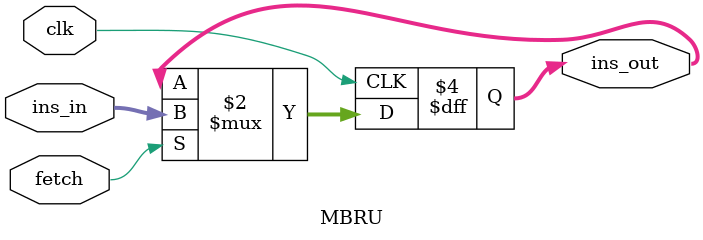
<source format=v>
`timescale 1ns / 1ps
module MBRU(
	input clk, fetch,
	input [7:0] ins_in,
	output reg [7:0] ins_out
	);

	always@(posedge clk)
		begin
			if(fetch)
				begin
					ins_out <= ins_in;
				end
		end
	
endmodule

</source>
